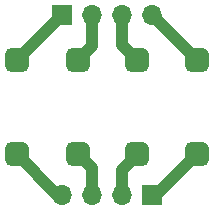
<source format=gbr>
%TF.GenerationSoftware,KiCad,Pcbnew,6.0.5+dfsg-1*%
%TF.CreationDate,2022-08-14T13:17:23-07:00*%
%TF.ProjectId,breadboard_buttons,62726561-6462-46f6-9172-645f62757474,rev?*%
%TF.SameCoordinates,Original*%
%TF.FileFunction,Copper,L1,Top*%
%TF.FilePolarity,Positive*%
%FSLAX46Y46*%
G04 Gerber Fmt 4.6, Leading zero omitted, Abs format (unit mm)*
G04 Created by KiCad (PCBNEW 6.0.5+dfsg-1) date 2022-08-14 13:17:23*
%MOMM*%
%LPD*%
G01*
G04 APERTURE LIST*
G04 Aperture macros list*
%AMRoundRect*
0 Rectangle with rounded corners*
0 $1 Rounding radius*
0 $2 $3 $4 $5 $6 $7 $8 $9 X,Y pos of 4 corners*
0 Add a 4 corners polygon primitive as box body*
4,1,4,$2,$3,$4,$5,$6,$7,$8,$9,$2,$3,0*
0 Add four circle primitives for the rounded corners*
1,1,$1+$1,$2,$3*
1,1,$1+$1,$4,$5*
1,1,$1+$1,$6,$7*
1,1,$1+$1,$8,$9*
0 Add four rect primitives between the rounded corners*
20,1,$1+$1,$2,$3,$4,$5,0*
20,1,$1+$1,$4,$5,$6,$7,0*
20,1,$1+$1,$6,$7,$8,$9,0*
20,1,$1+$1,$8,$9,$2,$3,0*%
G04 Aperture macros list end*
%TA.AperFunction,ComponentPad*%
%ADD10O,1.700000X1.700000*%
%TD*%
%TA.AperFunction,ComponentPad*%
%ADD11R,1.700000X1.700000*%
%TD*%
%TA.AperFunction,SMDPad,CuDef*%
%ADD12RoundRect,0.500000X-0.500000X-0.500000X0.500000X-0.500000X0.500000X0.500000X-0.500000X0.500000X0*%
%TD*%
%TA.AperFunction,Conductor*%
%ADD13C,1.000000*%
%TD*%
G04 APERTURE END LIST*
D10*
%TO.P,J2,4,Pin_4*%
%TO.N,Net-(J2-Pad4)*%
X152400000Y-93980000D03*
%TO.P,J2,3,Pin_3*%
%TO.N,Net-(J2-Pad3)*%
X149860000Y-93980000D03*
%TO.P,J2,2,Pin_2*%
%TO.N,Net-(J2-Pad2)*%
X147320000Y-93980000D03*
D11*
%TO.P,J2,1,Pin_1*%
%TO.N,Net-(J2-Pad1)*%
X144780000Y-93980000D03*
%TD*%
%TO.P,J1,1,Pin_1*%
%TO.N,Net-(J1-Pad1)*%
X152380000Y-109220000D03*
D10*
%TO.P,J1,2,Pin_2*%
%TO.N,Net-(J1-Pad2)*%
X149840000Y-109220000D03*
%TO.P,J1,3,Pin_3*%
%TO.N,Net-(J1-Pad3)*%
X147300000Y-109220000D03*
%TO.P,J1,4,Pin_4*%
%TO.N,Net-(J1-Pad4)*%
X144760000Y-109220000D03*
%TD*%
D12*
%TO.P,SW4,1,1*%
%TO.N,Net-(J1-Pad4)*%
X140970000Y-105790000D03*
%TO.P,SW4,2,2*%
%TO.N,Net-(J2-Pad1)*%
X140970000Y-97790000D03*
%TD*%
%TO.P,SW3,2,2*%
%TO.N,Net-(J2-Pad2)*%
X146110000Y-97790000D03*
%TO.P,SW3,1,1*%
%TO.N,Net-(J1-Pad3)*%
X146110000Y-105790000D03*
%TD*%
%TO.P,SW2,2,2*%
%TO.N,Net-(J2-Pad3)*%
X151130000Y-97790000D03*
%TO.P,SW2,1,1*%
%TO.N,Net-(J1-Pad2)*%
X151130000Y-105790000D03*
%TD*%
%TO.P,SW1,1,1*%
%TO.N,Net-(J1-Pad1)*%
X156210000Y-105790000D03*
%TO.P,SW1,2,2*%
%TO.N,Net-(J2-Pad4)*%
X156210000Y-97790000D03*
%TD*%
D13*
%TO.N,Net-(J1-Pad3)*%
X147300000Y-109220000D02*
X147300000Y-106980000D01*
X147300000Y-106980000D02*
X146110000Y-105790000D01*
%TO.N,Net-(J1-Pad2)*%
X149840000Y-109220000D02*
X149840000Y-107080000D01*
X149840000Y-107080000D02*
X151130000Y-105790000D01*
%TO.N,Net-(J1-Pad1)*%
X152380000Y-109220000D02*
X152780000Y-109220000D01*
X152780000Y-109220000D02*
X156210000Y-105790000D01*
%TO.N,Net-(J1-Pad4)*%
X144760000Y-109220000D02*
X144400000Y-109220000D01*
X144400000Y-109220000D02*
X140970000Y-105790000D01*
%TO.N,Net-(J2-Pad4)*%
X152400000Y-93980000D02*
X156210000Y-97790000D01*
%TO.N,Net-(J2-Pad3)*%
X149860000Y-93980000D02*
X149860000Y-96520000D01*
X149860000Y-96520000D02*
X151130000Y-97790000D01*
%TO.N,Net-(J2-Pad2)*%
X146110000Y-97790000D02*
X147320000Y-96580000D01*
X147320000Y-96580000D02*
X147320000Y-93980000D01*
%TO.N,Net-(J2-Pad1)*%
X140970000Y-97790000D02*
X144780000Y-93980000D01*
%TD*%
M02*

</source>
